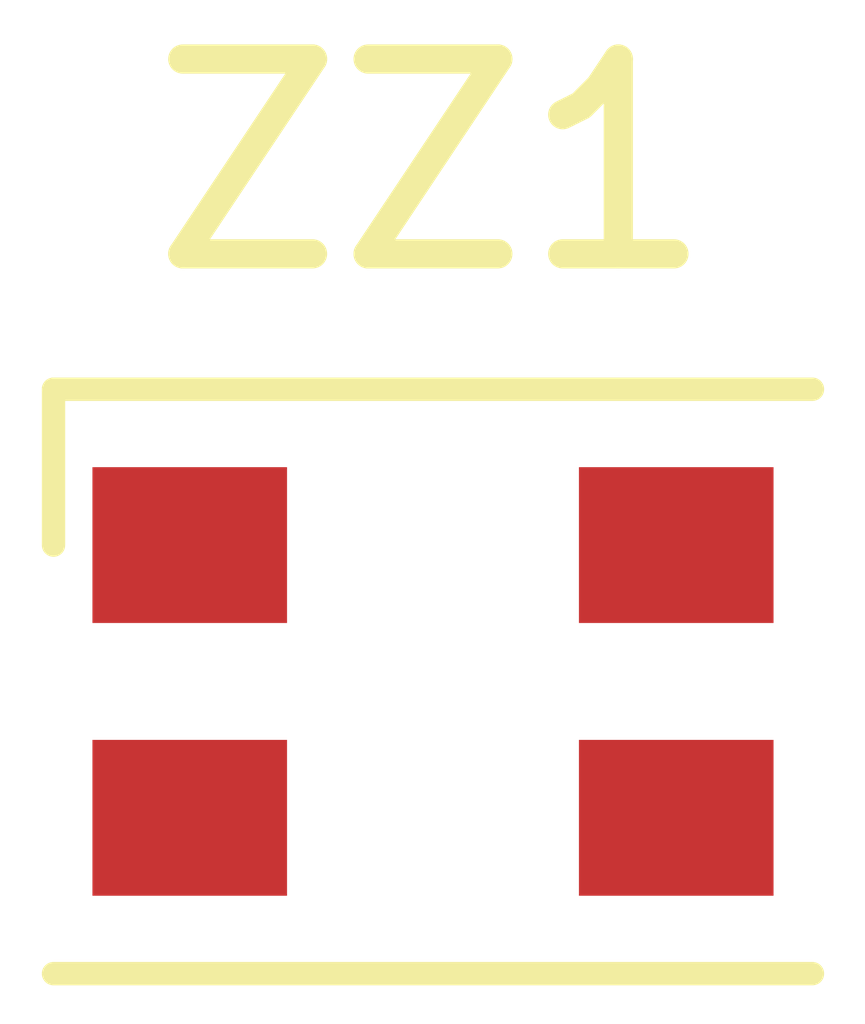
<source format=kicad_pcb>
(kicad_pcb (version 20171130) (host pcbnew "(5.1.9-0-10_14)")

  (general
    (thickness 1.6)
    (drawings 0)
    (tracks 0)
    (zones 0)
    (modules 1)
    (nets 5)
  )

  (page A4)
  (layers
    (0 F.Cu signal)
    (31 B.Cu signal)
    (32 B.Adhes user)
    (33 F.Adhes user)
    (34 B.Paste user)
    (35 F.Paste user)
    (36 B.SilkS user)
    (37 F.SilkS user)
    (38 B.Mask user)
    (39 F.Mask user)
    (40 Dwgs.User user)
    (41 Cmts.User user)
    (42 Eco1.User user)
    (43 Eco2.User user)
    (44 Edge.Cuts user)
    (45 Margin user)
    (46 B.CrtYd user hide)
    (47 F.CrtYd user hide)
    (48 B.Fab user hide)
    (49 F.Fab user hide)
  )

  (setup
    (last_trace_width 0.1524)
    (user_trace_width 0.1524)
    (user_trace_width 0.254)
    (user_trace_width 0.4064)
    (user_trace_width 0.635)
    (trace_clearance 0.1524)
    (zone_clearance 0.508)
    (zone_45_only no)
    (trace_min 0.1524)
    (via_size 0.6858)
    (via_drill 0.3048)
    (via_min_size 0.6858)
    (via_min_drill 0.3048)
    (uvia_size 0.3048)
    (uvia_drill 0.1524)
    (uvias_allowed no)
    (uvia_min_size 0.2)
    (uvia_min_drill 0.1)
    (edge_width 0.15)
    (segment_width 0.15)
    (pcb_text_width 0.3)
    (pcb_text_size 1.5 1.5)
    (mod_edge_width 0.15)
    (mod_text_size 1 1)
    (mod_text_width 0.15)
    (pad_size 1.8 1.8)
    (pad_drill 0.9)
    (pad_to_mask_clearance 0.2)
    (aux_axis_origin 0 0)
    (visible_elements FFFFFF7F)
    (pcbplotparams
      (layerselection 0x010fc_ffffffff)
      (usegerberextensions false)
      (usegerberattributes false)
      (usegerberadvancedattributes false)
      (creategerberjobfile false)
      (excludeedgelayer true)
      (linewidth 0.100000)
      (plotframeref false)
      (viasonmask false)
      (mode 1)
      (useauxorigin false)
      (hpglpennumber 1)
      (hpglpenspeed 20)
      (hpglpendiameter 15.000000)
      (psnegative false)
      (psa4output false)
      (plotreference true)
      (plotvalue true)
      (plotinvisibletext false)
      (padsonsilk false)
      (subtractmaskfromsilk false)
      (outputformat 1)
      (mirror false)
      (drillshape 1)
      (scaleselection 1)
      (outputdirectory ""))
  )

  (net 0 "")
  (net 1 +3V3)
  (net 2 "Net-(Pin0-Pad1)")
  (net 3 "Net-(Pin1-Pad1)")
  (net 4 "Net-(Pin2-Pad1)")

  (net_class Default "This is the default net class."
    (clearance 0.1524)
    (trace_width 0.1524)
    (via_dia 0.6858)
    (via_drill 0.3048)
    (uvia_dia 0.3048)
    (uvia_drill 0.1524)
    (diff_pair_width 0.1524)
    (diff_pair_gap 0.1524)
    (add_net +3V3)
    (add_net "Net-(Pin0-Pad1)")
    (add_net "Net-(Pin1-Pad1)")
    (add_net "Net-(Pin2-Pad1)")
  )

  (module LED_SMD:LED_Cree-PLCC4_3.2x2.8mm_CCW locked (layer F.Cu) (tedit 59D415EA) (tstamp 60B96B86)
    (at 0 0)
    (descr "3.2mm x 2.8mm PLCC4 LED, http://www.cree.com/led-components/media/documents/CLV1AFKB(874).pdf")
    (tags "LED Cree PLCC-4")
    (path /60BBD1E1)
    (attr smd)
    (fp_text reference ZZ1 (at 0 -2.65) (layer F.SilkS)
      (effects (font (size 1 1) (thickness 0.15)))
    )
    (fp_text value LED_RGBA (at 0 2.65) (layer F.Fab)
      (effects (font (size 1 1) (thickness 0.15)))
    )
    (fp_circle (center 0 0) (end 1.12 0) (layer F.Fab) (width 0.1))
    (fp_line (start -2.2 -1.75) (end -2.2 1.75) (layer F.CrtYd) (width 0.05))
    (fp_line (start -2.2 1.75) (end 2.2 1.75) (layer F.CrtYd) (width 0.05))
    (fp_line (start 2.2 1.75) (end 2.2 -1.75) (layer F.CrtYd) (width 0.05))
    (fp_line (start 2.2 -1.75) (end -2.2 -1.75) (layer F.CrtYd) (width 0.05))
    (fp_line (start -0.6 -1.4) (end -1.6 -0.4) (layer F.Fab) (width 0.1))
    (fp_line (start -1.6 -1.4) (end -1.6 1.4) (layer F.Fab) (width 0.1))
    (fp_line (start -1.6 1.4) (end 1.6 1.4) (layer F.Fab) (width 0.1))
    (fp_line (start 1.6 1.4) (end 1.6 -1.4) (layer F.Fab) (width 0.1))
    (fp_line (start 1.6 -1.4) (end -1.6 -1.4) (layer F.Fab) (width 0.1))
    (fp_line (start -1.95 -0.7) (end -1.95 -1.5) (layer F.SilkS) (width 0.12))
    (fp_line (start -1.95 -1.5) (end 1.95 -1.5) (layer F.SilkS) (width 0.12))
    (fp_line (start -1.95 1.5) (end 1.95 1.5) (layer F.SilkS) (width 0.12))
    (fp_text user %R (at 0 0) (layer F.Fab)
      (effects (font (size 0.5 0.5) (thickness 0.075)))
    )
    (pad 1 smd rect (at -1.25 -0.7) (size 1 0.8) (layers F.Cu F.Paste F.Mask)
      (net 2 "Net-(Pin0-Pad1)"))
    (pad 4 smd rect (at 1.25 -0.7) (size 1 0.8) (layers F.Cu F.Paste F.Mask)
      (net 1 +3V3))
    (pad 3 smd rect (at 1.25 0.7) (size 1 0.8) (layers F.Cu F.Paste F.Mask)
      (net 4 "Net-(Pin2-Pad1)"))
    (pad 2 smd rect (at -1.25 0.7) (size 1 0.8) (layers F.Cu F.Paste F.Mask)
      (net 3 "Net-(Pin1-Pad1)"))
    (model ${KISYS3DMOD}/LED_SMD.3dshapes/LED_Cree-PLCC4_3.2x2.8mm_CCW.wrl
      (at (xyz 0 0 0))
      (scale (xyz 1 1 1))
      (rotate (xyz 0 0 0))
    )
  )

)

</source>
